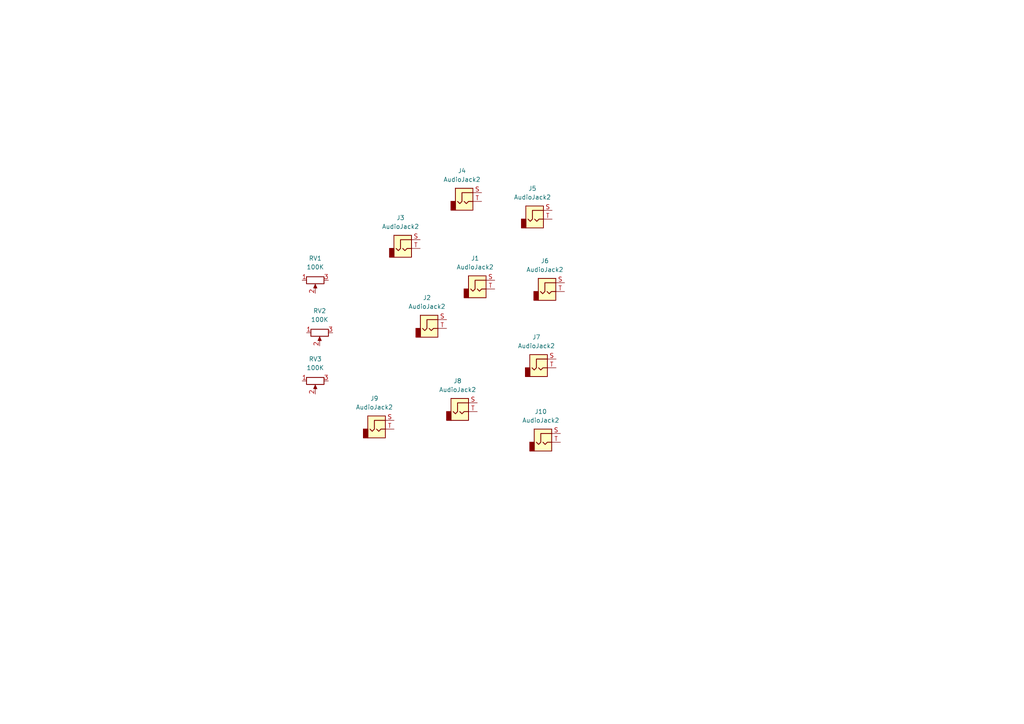
<source format=kicad_sch>
(kicad_sch (version 20230121) (generator eeschema)
  (paper "A4")
  (lib_symbols
    (symbol "Connector-github:AudioJack2"
      (property "Reference" "J" (at 0 8.89 0))
      (property "Value" "AudioJack2" (at 0 6.35 0))
      (symbol "AudioJack2_0_1"
        (rectangle (start -3.81 0) (end -2.54 -2.54) (stroke (width 0.254)) (fill (type outline)))
        (rectangle (start -2.54 3.81) (end 2.54 -2.54) (stroke (width 0.254)) (fill (type background)))
        (polyline (pts (xy 0 0) (xy 0.635 -0.635) (xy 1.27 0) (xy 2.54 0)) (stroke (width 0.254)))
        (polyline (pts (xy 2.54 2.54) (xy -0.635 2.54) (xy -0.635 0) (xy -1.27 -0.635) (xy -1.905 0)) (stroke (width 0.254)))
      )
      (symbol "AudioJack2_1_1"
        (pin passive line (at 5.08 2.54 180) (length 2.54) (name "~") (number "S"))
        (pin passive line (at 5.08 0 180) (length 2.54) (name "~") (number "T"))
      )
    )
    (symbol "Device:R_Potentiometer" (pin_names (offset 1.016) hide)
      (property "Reference" "RV" (at -4.445 0 90))
      (property "Value" "R_Potentiometer" (at -2.54 0 90))
      (symbol "R_Potentiometer_0_1"
        (polyline (pts (xy 2.54 0) (xy 1.524 0)))
        (polyline (pts (xy 1.143 0) (xy 2.286 0.508) (xy 2.286 -0.508) (xy 1.143 0)) (fill (type outline)))
        (rectangle (start 1.016 2.54) (end -1.016 -2.54) (stroke (width 0.254)))
      )
      (symbol "R_Potentiometer_1_1"
        (pin passive line (at 0 3.81 270) (length 1.27) (name "1") (number "1"))
        (pin passive line (at 3.81 0 180) (length 1.27) (name "2") (number "2"))
        (pin passive line (at 0 -3.81 90) (length 1.27) (name "3") (number "3"))
      )
    )
  )
  (symbol (lib_id "Device:R_Potentiometer") (at 91.44 81.28 90) (mirror x) (unit 1)
    (property "Reference" "RV1" (at 91.44 74.93 90))
    (property "Value" "100K" (at 91.44 77.47 90))
    (property "Footprint" "Potentiometer_THT:Potentiometer_Bourns_PTV09A-1_Single_Vertical" (effects hide))
  )
  (symbol (lib_id "Connector-github:AudioJack2") (at 134.62 58.42 0) (unit 1)
    (property "Reference" "J4" (at 133.985 49.53 0))
    (property "Value" "AudioJack2" (at 133.985 52.07 0))
    (property "Footprint" "Connector_Audio:Jack_3.5mm_QingPu_WQP-PJ398SM_Vertical_CircularHoles" (effects hide))
  )
  (symbol (lib_id "Connector-github:AudioJack2") (at 124.46 95.25 0) (unit 1)
    (property "Reference" "J2" (at 123.825 86.36 0))
    (property "Value" "AudioJack2" (at 123.825 88.9 0))
    (property "Footprint" "Connector_Audio:Jack_3.5mm_QingPu_WQP-PJ398SM_Vertical_CircularHoles" (effects hide))
  )
  (symbol (lib_id "Connector-github:AudioJack2") (at 116.7997 72.0607 0) (unit 1)
    (property "Reference" "J3" (at 116.1647 63.1707 0))
    (property "Value" "AudioJack2" (at 116.1647 65.7107 0))
    (property "Footprint" "Connector_Audio:Jack_3.5mm_QingPu_WQP-PJ398SM_Vertical_CircularHoles" (effects hide))
  )
  (symbol (lib_id "Device:R_Potentiometer") (at 92.71 96.52 90) (mirror x) (unit 1)
    (property "Reference" "RV2" (at 92.71 90.17 90))
    (property "Value" "100K" (at 92.71 92.71 90))
    (property "Footprint" "Potentiometer_THT:Potentiometer_Bourns_PTV09A-1_Single_Vertical" (effects hide))
  )
  (symbol (lib_id "Connector-github:AudioJack2") (at 156.21 106.68 0) (unit 1)
    (property "Reference" "J7" (at 155.575 97.79 0))
    (property "Value" "AudioJack2" (at 155.575 100.33 0))
    (property "Footprint" "Connector_Audio:Jack_3.5mm_QingPu_WQP-PJ398SM_Vertical_CircularHoles" (effects hide))
  )
  (symbol (lib_id "Connector-github:AudioJack2") (at 155.0598 63.5585 0) (unit 1)
    (property "Reference" "J5" (at 154.4248 54.6685 0))
    (property "Value" "AudioJack2" (at 154.4248 57.2085 0))
    (property "Footprint" "Connector_Audio:Jack_3.5mm_QingPu_WQP-PJ398SM_Vertical_CircularHoles" (effects hide))
  )
  (symbol (lib_id "Connector-github:AudioJack2") (at 109.22 124.46 0) (unit 1)
    (property "Reference" "J9" (at 108.585 115.57 0))
    (property "Value" "AudioJack2" (at 108.585 118.11 0))
    (property "Footprint" "Connector_Audio:Jack_3.5mm_QingPu_WQP-PJ398SM_Vertical_CircularHoles" (effects hide))
  )
  (symbol (lib_id "Connector-github:AudioJack2") (at 158.6668 84.5564 0) (unit 1)
    (property "Reference" "J6" (at 158.0318 75.6664 0))
    (property "Value" "AudioJack2" (at 158.0318 78.2064 0))
    (property "Footprint" "Connector_Audio:Jack_3.5mm_QingPu_WQP-PJ398SM_Vertical_CircularHoles" (effects hide))
  )
  (symbol (lib_id "Connector-github:AudioJack2") (at 157.48 128.27 0) (unit 1)
    (property "Reference" "J10" (at 156.845 119.38 0))
    (property "Value" "AudioJack2" (at 156.845 121.92 0))
    (property "Footprint" "Connector_Audio:Jack_3.5mm_QingPu_WQP-PJ398SM_Vertical_CircularHoles" (effects hide))
  )
  (symbol (lib_id "Device:R_Potentiometer") (at 91.44 110.49 90) (mirror x) (unit 1)
    (property "Reference" "RV3" (at 91.44 104.14 90))
    (property "Value" "100K" (at 91.44 106.68 90))
    (property "Footprint" "Potentiometer_THT:Potentiometer_Bourns_PTV09A-1_Single_Vertical" (effects hide))
  )
  (symbol (lib_id "Connector-github:AudioJack2") (at 133.35 119.38 0) (unit 1)
    (property "Reference" "J8" (at 132.715 110.49 0))
    (property "Value" "AudioJack2" (at 132.715 113.03 0))
    (property "Footprint" "Connector_Audio:Jack_3.5mm_QingPu_WQP-PJ398SM_Vertical_CircularHoles" (effects hide))
  )
  (symbol (lib_id "Connector-github:AudioJack2") (at 138.43 83.82 0) (unit 1)
    (property "Reference" "J1" (at 137.795 74.93 0))
    (property "Value" "AudioJack2" (at 137.795 77.47 0))
    (property "Footprint" "Connector_Audio:Jack_3.5mm_QingPu_WQP-PJ398SM_Vertical_CircularHoles" (effects hide))
  )
)
</source>
